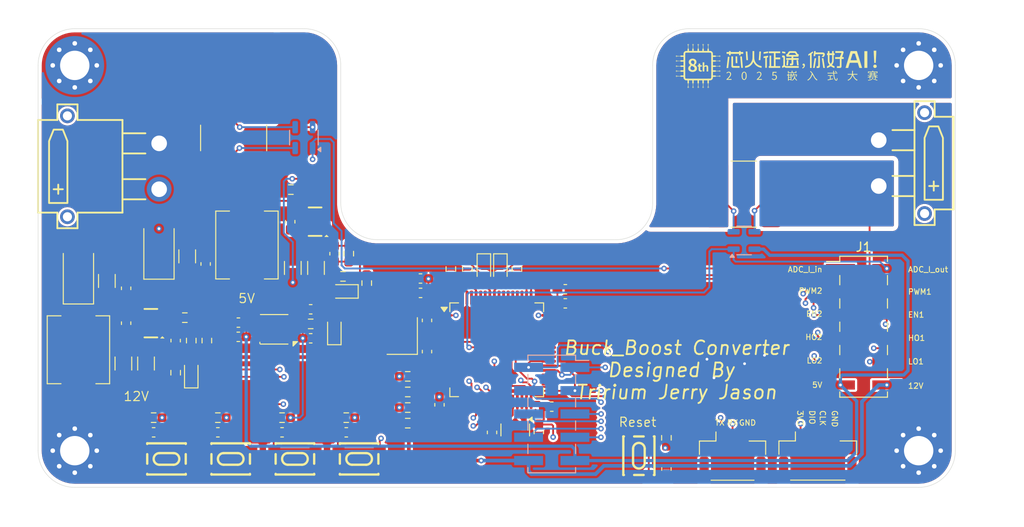
<source format=kicad_pcb>
(kicad_pcb (version 20240108) (generator "pcbnew") (generator_version "8.0")
  (layers (0 "F.Cu" power) (1 "In1.Cu" signal) (2 "In2.Cu" signal) (31 "B.Cu" power) (34 "B.Paste" user) (35 "F.Paste" user) (36 "B.SilkS" user "B.Silkscreen") (37 "F.SilkS" user "F.Silkscreen") (38 "B.Mask" user) (39 "F.Mask" user) (44 "Edge.Cuts" user))
  (net 0 "")
  (net 1 "3V3")
  (net 2 "GND")
  (net 3 "/MCU/VREF")
  (net 4 "/MCU/OSC_OUT")
  (net 5 "/MCU/OSC_IN")
  (net 6 "5V")
  (net 7 "/MainCircuit/V_in-")
  (net 8 "Net-(D7-K)")
  (net 9 "Net-(D6-K)")
  (net 10 "Net-(U7-SW)")
  (net 11 "Net-(U7-BST)")
  (net 12 "Net-(U8-BST)")
  (net 13 "Net-(U8-SW)")
  (net 14 "Net-(U7-FB)")
  (net 15 "12V")
  (net 16 "Net-(U8-FB)")
  (net 17 "Net-(D3-A)")
  (net 18 "Net-(D5-A)")
  (net 19 "/MainCircuit/V_out+")
  (net 20 "Net-(D8-A)")
  (net 21 "Net-(D9-A)")
  (net 22 "Net-(D10-A)")
  (net 23 "/MCU/PWM1")
  (net 24 "/MCU/PWM2")
  (net 25 "/MCU/SWDIO")
  (net 26 "/MCU/SWCLK")
  (net 27 "/MCU/UART1_RX")
  (net 28 "/MCU/UART1_TX")
  (net 29 "Net-(U2-PB8)")
  (net 30 "/MCU/PB5")
  (net 31 "/MCU/PB4")
  (net 33 "V_in")
  (net 34 "Net-(U7-FS)")
  (net 35 "Net-(U8-FS)")
  (net 51 "/MCU/EN2")
  (net 54 "V_out")
  (net 56 "/MCU/LO2")
  (net 57 "/MCU/HO2")
  (net 58 "/MCU/LO1")
  (net 59 "/MCU/EN1")
  (net 60 "/MCU/HO1")
  (net 61 "/MCU/RESET")
  (net 63 "/MCU/Key2")
  (net 64 "/MCU/Key4")
  (net 65 "/MCU/Key1")
  (net 66 "/MCU/Key3")
  (net 71 "/MCU/ADC_Iout")
  (net 75 "/MCU/ADC_Vout")
  (net 76 "/MCU/ADC_Vin")
  (net 77 "/MCU/ADC_Iin")
  (footprint "Capacitor_SMD:C_0603_1608Metric_Pad1.08x0.95mm_HandSolder" (layer "F.Cu") (at 97.877978 137.515)
    (property "Reference" "C22" (hide yes))
    (property "Value" "100n")
  )
  (footprint "BuckBoost:XT30PW-F" (layer "F.Cu") (at 167.695 118.575 -90)
    (property "Reference" "J3" (hide yes))
    (property "Value" "Conn_01x02")
  )
  (footprint "Capacitor_SMD:C_0603_1608Metric_Pad1.08x0.95mm_HandSolder" (layer "F.Cu") (at 118.45 139.125 -90)
    (property "Reference" "C4" (hide yes))
    (property "Value" "10p")
  )
  (footprint "Resistor_SMD:R_0603_1608Metric_Pad0.98x0.95mm_HandSolder" (layer "F.Cu") (at 105.77 136.105)
    (property "Reference" "R18" (hide yes))
    (property "Value" "1K")
  )
  (footprint "Capacitor_SMD:C_0603_1608Metric_Pad1.08x0.95mm_HandSolder" (layer "F.Cu") (at 88.65 147.925 180)
    (property "Reference" "C12" (hide yes))
    (property "Value" "100n")
  )
  (footprint "Resistor_SMD:R_0603_1608Metric_Pad0.98x0.95mm_HandSolder" (layer "F.Cu") (at 109.92 128.4475 -90)
    (property "Reference" "R21" (hide yes))
    (property "Value" "100k")
  )
  (footprint "Resistor_SMD:R_0603_1608Metric_Pad0.98x0.95mm_HandSolder" (layer "F.Cu") (at 128.25 130.125 90)
    (property "Reference" "R7" (hide yes))
    (property "Value" "1K")
  )
  (footprint "Resistor_SMD:R_0603_1608Metric_Pad0.98x0.95mm_HandSolder" (layer "F.Cu") (at 122.85 130.125 90)
    (property "Reference" "R5" (hide yes))
    (property "Value" "1K")
  )
  (footprint "Resistor_SMD:R_0603_1608Metric_Pad0.98x0.95mm_HandSolder" (layer "F.Cu") (at 92.75 137.925 -90)
    (property "Reference" "R19" (hide yes))
    (property "Value" "100k")
  )
  (footprint "Package_TO_SOT_SMD:SOT-23" (layer "F.Cu") (at 128.07 147.665 -90)
    (property "Reference" "U1" (hide yes))
    (property "Value" "REF3030")
  )
  (footprint "Capacitor_SMD:C_0603_1608Metric_Pad1.08x0.95mm_HandSolder" (layer "F.Cu") (at 97.89 135.965)
    (property "Reference" "C21" (hide yes))
    (property "Value" "4.7u")
  )
  (footprint "Resistor_SMD:R_0603_1608Metric_Pad0.98x0.95mm_HandSolder" (layer "F.Cu") (at 116.35 145.225)
    (property "Reference" "R12" (hide yes))
    (property "Value" "6k")
  )
  (footprint "Capacitor_SMD:C_0603_1608Metric_Pad1.08x0.95mm_HandSolder" (layer "F.Cu") (at 103.54 124.9675 90)
    (property "Reference" "C28" (hide yes))
    (property "Value" "103")
  )
  (footprint "Capacitor_SMD:C_0603_1608Metric_Pad1.08x0.95mm_HandSolder" (layer "F.Cu") (at 130.64 147.935 90)
    (property "Reference" "C9" (hide yes))
    (property "Value" "100n")
  )
  (footprint "Resistor_SMD:R_0603_1608Metric_Pad0.98x0.95mm_HandSolder" (layer "F.Cu") (at 94.45 137.925 90)
    (property "Reference" "R20" (hide yes))
    (property "Value" "5.26k")
  )
  (footprint "Capacitor_SMD:C_1206_3216Metric_Pad1.33x1.80mm_HandSolder" (layer "F.Cu") (at 103.82 130.005 -90)
    (property "Reference" "C34" (hide yes))
    (property "Value" "22uf 0603")
  )
  (footprint "Package_QFP:LQFP-64_10x10mm_P0.5mm" (layer "F.Cu") (at 126.05 138.925)
    (property "Reference" "U2" (hide yes))
    (property "Value" "STM32G474RCTx")
  )
  (footprint "Resistor_SMD:R_0603_1608Metric_Pad0.98x0.95mm_HandSolder" (layer "F.Cu") (at 103.61 121.465 180)
    (property "Reference" "R17" (hide yes))
    (property "Value" "100k")
  )
  (footprint "Crystal:Crystal_SMD_3225-4Pin_3.2x2.5mm" (layer "F.Cu") (at 115.75 137.425 90)
    (property "Reference" "Y1" (hide yes))
    (property "Value" "25M")
  )
  (footprint "Resistor_SMD:R_0603_1608Metric_Pad0.98x0.95mm_HandSolder" (layer "F.Cu") (at 116.35 141.825)
    (property "Reference" "R13" (hide yes))
    (property "Value" "6k")
  )
  (footprint "Resistor_SMD:R_0603_1608Metric_Pad0.98x0.95mm_HandSolder" (layer "F.Cu") (at 91.05 141.425 -90)
    (property "Reference" "R23" (hide yes))
    (property "Value" "1K")
  )
  (footprint "Resistor_SMD:R_0603_1608Metric_Pad0.98x0.95mm_HandSolder" (layer "F.Cu") (at 92.05 135.425)
    (property "Reference" "R16" (hide yes))
    (property "Value" "100k")
  )
  (footprint "Resistor_SMD:R_0603_1608Metric_Pad0.98x0.95mm_HandSolder" (layer "F.Cu") (at 121.05 130.125 90)
    (property "Reference" "R4" (hide yes))
    (property "Value" "10k")
  )
  (footprint "Inductor_SMD:L_Abracon_ASPI-0630LR" (layer "F.Cu") (at 80.45 138.925 -90)
    (property "Reference" "L1" (hide yes))
    (property "Value" "10uH")
  )
  (footprint "Connector_PinHeader_2.54mm:PinHeader_2x06_P2.54mm_Vertical_SMD" (layer "F.Cu") (at 166.05 136.415)
    (property "Reference" "J1")
    (property "Value" "Conn_02x06_Odd_Even")
  )
  (footprint "Resistor_SMD:R_0603_1608Metric_Pad0.98x0.95mm_HandSolder" (layer "F.Cu") (at 95.65 146.325 180)
    (property "Reference" "R9" (hide yes))
    (property "Value" "10k")
  )
  (footprint "BuckBoost:SW-SMD_4P-L4.2-W3.3-P2.15-LS5.1" (layer "F.Cu") (at 111.05 150.825 180)
    (property "Reference" "SW4" (hide yes))
    (property "Value" "SW_Push" (hide yes))
  )
  (footprint "Capacitor_SMD:C_0603_1608Metric_Pad1.08x0.95mm_HandSolder" (layer "F.Cu") (at 85.65 132.225 -90)
    (property "Reference" "C23" (hide yes))
    (property "Value" "100n")
  )
  (footprint "Connector_JST:JST_GH_SM03B-GHS-TB_1x03-1MP_P1.25mm_Horizontal" (layer "F.Cu") (at 151.76 150.585)
    (property "Reference" "J6" (hide yes))
    (property "Value" "Conn_01x03")
  )
  (footprint "BuckBoost:SW-SMD_4P-L4.2-W3.3-P2.15-LS5.1" (layer "F.Cu") (at 97.05 150.825 180)
    (property "Reference" "SW3" (hide yes))
    (property "Value" "SW_Push" (hide yes))
  )
  (footprint "LED_SMD:LED_0603_1608Metric_Pad1.05x0.95mm_HandSolder" (layer "F.Cu") (at 126.45 130.125 -90)
    (property "Reference" "D5" (hide yes))
    (property "Value" "green")
  )
  (footprint "Capacitor_SMD:C_0603_1608Metric_Pad1.08x0.95mm_HandSolder" (layer "F.Cu") (at 132.05 145.125 180)
    (property "Reference" "C7" (hide yes))
    (property "Value" "100n")
  )
  (footprint "Resistor_SMD:R_0603_1608Metric_Pad0.98x0.95mm_HandSolder" (layer "F.Cu") (at 102.65 146.325 180)
    (property "Reference" "R11" (hide yes))
    (property "Value" "10k")
  )
  (footprint "Resistor_SMD:R_0603_1608Metric_Pad0.98x0.95mm_HandSolder" (layer "F.Cu") (at 116.35 146.925)
    (property "Reference" "R14" (hide yes))
    (property "Value" "1k")
  )
  (footprint "BuckBoost:XT30PW-M" (layer "F.Cu") (at 89.25 118.925 90)
    (property "Reference" "J2" (hide yes))
    (property "Value" "Conn_01x02")
  )
  (footprint "BuckBoost:Resistance" (layer "F.Cu") (at 153.0175 122.0085)
    (property "Reference" "R2" (hide yes))
    (property "Value" "8m")
  )
  (footprint "LED_SMD:LED_0603_1608Metric_Pad1.05x0.95mm_HandSolder" (layer "F.Cu") (at 108.3475 136.715 90)
    (property "Reference" "D8" (hide yes))
    (property "Value" "LED")
  )
  (footprint "MountingHole:MountingHole_3.2mm_M3_Pad_Via" (layer "F.Cu") (at 172.05 149.925)
    (property "Reference" "H4" (hide yes))
    (property "Value" "MountingHole_Pad")
  )
  (footprint "BuckBoost:SOT-23-8" (layer "F.Cu") (at 106.25 124.96)
    (property "Reference" "U8" (hide yes))
    (property "Value" "SY8303")
  )
  (footprint "Capacitor_SMD:C_0603_1608Metric_Pad1.08x0.95mm_HandSolder" (layer "F.Cu") (at 94.32 129.5725 90)
    (property "Reference" "C24" (hide yes))
    (property "Value" "100n")
  )
  (footprint "MountingHole:MountingHole_3.2mm_M3_Pad_Via" (layer "F.Cu") (at 80.05 107.925)
    (property "Reference" "H1" (hide yes))
    (property "Value" "MountingHole_Pad")
  )
  (footprint "Resistor_SMD:R_0603_1608Metric_Pad0.98x0.95mm_HandSolder" (layer "F.Cu") (at 144.55 148.525 90)
    (property "Reference" "R3" (hide yes))
    (property "Value" "10k")
  )
  (footprint "Resistor_SMD:R_0603_1608Metric_Pad0.98x0.95mm_HandSolder" (layer "F.Cu") (at 116.35 143.525)
    (property "Reference" "R15" (hide yes))
    (property "Value" "1k")
  )
  (footprint "Diode_SMD:D_SMA" (layer "F.Cu") (at 89.23 127.72 90)
    (property "Reference" "D6" (hide yes))
    (property "Value" "B140-E3")
  )
  (footprint "Capacitor_SMD:C_0603_1608Metric_Pad1.08x0.95mm_HandSolder" (layer "F.Cu") (at 85.65 136.025 90)
    (property "Reference" "C27" (hide yes))
    (property "Value" "103")
  )
  (footprint "Capacitor_SMD:C_0603_1608Metric_Pad1.08x0.95mm_HandSolder" (layer "F.Cu") (at 109.65 147.925 180)
    (property "Reference" "C14" (hide yes))
    (property "Value" "100n")
  )
  (footprint "Capacitor_SMD:C_0603_1608Metric_Pad1.08x0.95mm_HandSolder" (layer "F.Cu") (at 119.81 144.925 90)
    (property "Reference" "C10" (hide yes))
    (property "Value" "100n")
  )
  (footprint "Capacitor_SMD:C_0603_1608Metric_Pad1.08x0.95mm_HandSolder" (layer "F.Cu") (at 91.05 137.925 -90)
    (property "Reference" "C29" (hide yes))
    (property "Value" "101")
  )
  (footprint "MountingHole:MountingHole_3.2mm_M3_Pad_Via" (layer "F.Cu") (at 80.05 149.925)
    (property "Reference" "H2" (hide yes))
    (property "Value" "MountingHole_Pad")
  )
  (footprint "Resistor_SMD:R_0603_1608Metric_Pad0.98x0.95mm_HandSolder" (layer "F.Cu") (at 109.65 146.325 180)
    (property "Reference" "R10" (hide yes))
    (property "Value" "10k")
  )
  (footprint "Connector_JST:JST_GH_SM04B-GHS-TB_1x04-1MP_P1.25mm_Horizontal" (layer "F.Cu") (at 161.05 150.575)
    (property "Reference" "J5" (hide yes))
    (property "Value" "Conn_01x04")
  )
  (footprint "BuckBoost:SW-SMD_4P-L4.2-W3.3-P2.15-LS5.1" (layer "F.Cu") (at 104.05 150.825 180)
    (property "Reference" "SW5" (hide yes))
    (property "Value" "SW_Push" (hide yes))
  )
  (footprint "Capacitor_SMD:C_0603_1608Metric_Pad1.08x0.95mm_HandSolder" (layer "F.Cu") (at 133.53 132.325 180)
    (property "Reference" "C1" (hide yes))
    (property "Value" "100n")
  )
  (footprint "Capacitor_SMD:C_0603_1608Metric_Pad1.08x0.95mm_HandSolder" (layer "F.Cu") (at 105.77 137.675 180)
    (property "Reference" "C26" (hide yes))
    (property "Value" "100n")
  )
  (footprint "Capacitor_SMD:C_0603_1608Metric_Pad1.08x0.95mm_HandSolder" (layer "F.Cu") (at 125.54 147.9375 90)
    (property "Reference" "C2" (hide yes))
    (property "Value" "100n")
  )
  (footprint "Capacitor_SMD:C_0603_1608Metric_Pad1.08x0.95mm_HandSolder" (layer "F.Cu") (at 117.74 131.155)
    (property "Reference" "C11" (hide yes))
    (property "Value" "100n")
  )
  (footprint "Inductor_SMD:L_Abracon_ASPI-0630LR" (layer "F.Cu") (at 98.82 127.505 -90)
    (property "Reference" "L2" (hide yes))
    (property "Value" "15uH")
  )
  (footprint "LED_SMD:LED_0603_1608Metric_Pad1.05x0.95mm_HandSolder" (layer "F.Cu") (at 109.29 132.565 180)
    (property "Reference" "D10" (hide yes))
    (property "Value" "LED")
  )
  (footprint "Capacitor_SMD:C_1206_3216Metric_Pad1.33x1.80mm_HandSolder" (layer "F.Cu") (at 83.55 131.425 -90)
    (property "Reference" "C19" (hide yes))
    (property "Value" "106 1206")
  )
  (footprint "Resistor_SMD:R_0603_1608Metric_Pad0.98x0.95mm_HandSolder" (layer "F.Cu") (at 88.65 146.325 180)
    (property "Reference" "R8" (hide yes))
    (property "Value" "10k")
  )
  (footprint "Capacitor_SMD:C_0603_1608Metric_Pad1.08x0.95mm_HandSolder" (layer "F.Cu") (at 118.45 135.725 -90)
    (property "Reference" "C5" (hide yes))
    (property "Value" "10p")
  )
  (footprint "Capacitor_SMD:C_1206_3216Metric_Pad1.33x1.80mm_HandSolder" (layer "F.Cu") (at 87.82 140.425 -90)
    (property "Reference" "C31" (hide yes))
    (property "Value" "22uf 0603")
  )
  (footprint "Capacitor_SMD:C_0603_1608Metric_Pad1.08x0.95mm_HandSolder" (layer "F.Cu") (at 105.77 134.5125 180)
    (property "Reference" "C25" (hide yes))
    (property "Value" "4.7u")
  )
  (footprint "MountingHole:MountingHole_3.2mm_M3_Pad_Via" (layer "F.Cu") (at 172.05 107.925)
    (property "Reference" "H3" (hide yes))
    (property "Value" "MountingHole_Pad")
  )
  (footprint "LED_SMD:LED_0603_1608Metric_Pad1.05x0.95mm_HandSolder" (layer "F.Cu") (at 92.75 141.425 90)
    (property "Reference" "D9" (hide yes))
    (property "Value" "LED")
  )
  (footprint "Resistor_SMD:R_0603_1608Metric_Pad0.98x0.95mm_HandSolder" (layer "F.Cu") (at 111.88 131.655 90)
    (property "Reference" "R22" (hide yes))
    (property "Value" "11.4k")
  )
  (footprint "Capacitor_SMD:C_0603_1608Metric_Pad1.08x0.95mm_HandSolder" (layer "F.Cu") (at 108.37 128.4525 -90)
    (property "Reference" "C30" (hide yes))
    (property "Value" "101")
  )
  (footprint "Capacitor_SMD:C_0603_1608Metric_Pad1.08x0.95mm_HandSolder" (layer "F.Cu") (at 133.5275 133.865 180)
    (property "Reference" "C8" (hide yes))
    (property "Value" "100n")
  )
  (footprint "Capacitor_SMD:C_1206_3216Metric_Pad1.33x1.80mm_HandSolder" (layer "F.Cu") (at 85.35 140.425 -90)
    (property "Reference" "C33" (hide yes))
    (property "Value" "22uf 0603")
  )
  (footprint "Resistor_SMD:R_0603_1608Metric_Pad0.98x0.95mm_HandSolder" (layer "F.Cu") (at 109.2925 130.925)
    (property "Reference" "R24" (hide yes))
    (property "Value" "1K")
  )
  (footprint "BuckBoost:SW-SMD_4P-L4.2-W3.3-P2.15-LS5.1" (layer "F.Cu") (at 141.55 150.475 90)
    (property "Reference" "SW1" (hide yes))
    (property "Value" "SW_Push" (hide yes))
  )
  (footprint "BuckBoost:SW-SMD_4P-L4.2-W3.3-P2.15-LS5.1" (layer "F.Cu") (at 90.05 150.825 180)
    (property "Reference" "SW2" (hide yes))
    (property "Value" "SW_Push" (hide yes))
  )
  (footprint "Capacitor_SMD:C_1206_3216Metric_Pad1.33x1.80mm_HandSolder" (layer "F.Cu") (at 106.35 130.005 -90)
    (property "Reference" "C32" (hide yes))
    (property "Value" "22uf 0603")
  )
  (footprint "BuckBoost:SOT-23-8" (layer "F.Cu") (at 88.35 136.025)
    (property "Reference" "U7" (hide yes))
    (property "Value" "SY8303")
  )
  (footprint "Diode_SMD:D_SMA" (layer "F.Cu") (at 80.45 130.425 90)
    (property "Reference" "D7" (hide yes))
    (property "Value" "B140-E3")
  )
  (footprint "Capacitor_SMD:C_0603_1608Metric_Pad1.08x0.95mm_HandSolder" (layer "F.Cu") (at 144.55 151.925 -90)
    (property "Reference" "C3" (hide yes))
    (property "Value" "100n")
  )
  (footprint "Package_DFN_QFN:DFN-8-1EP_3x3mm_P0.65mm_EP1.55x2.4mm" (layer "F.Cu") (at 101.79 136.695 180)
    (property "Reference" "U6" (hide yes))
    (property "Value" "AP7361C")
  )
  (footprint "Capacitor_SMD:C_0603_1608Metric_Pad1.08x0.95mm_HandSolder" (layer "F.Cu") (at 117.7475 132.725)
    (property "Reference" "C6" (hide yes))
    (property "Value" "100n")
  )
  (footprint "LED_SMD:LED_0603_1608Metric_Pad1.05x0.95mm_HandSolder" (layer "F.Cu") (at 124.65 130.125 -90)
    (property "Reference" "D3" (hide yes))
    (property "Value" "blue")
  )
  (footprint "Capacitor_SMD:C_1206_3216Metric_Pad1.33x1.80mm_HandSolder" (layer "F.Cu") (at 92.31 128.7425 -90)
    (property "Reference" "C20" (hide yes))
    (property "Value" "106 1206")
  )
  (footprint "BuckBoost:Resistance" (layer "F.Cu") (at 97.415 115.812 90)
    (property "Reference" "R1" (hide yes))
    (property "Value" "8m")
  )
  (footprint "LOGO" (layer "F.Cu") (at 156.593812 108.530743)
    (property "Reference" "G***" (hide yes))
    (property "Value" "LOGO" (hide yes))
  )
  (footprint "Capacitor_SMD:C_0603_1608Metric_Pad1.08x0.95mm_HandSolder" (layer "F.Cu") (at 95.65 147.925 180)
    (property "Reference" "C13" (hide yes))
    (property "Value" "100n")
  )
  (footprint "Capacitor_SMD:C_0603_1608Metric_Pad1.08x0.95mm_HandSolder" (layer "F.Cu") (at 102.65 147.925 180)
    (property "Reference" "C15" (hide yes))
    (property "Value" "100n")
  )
  (footprint "Package_TO_SOT_SMD:SOT-23-5" (layer "B.Cu") (at 153.0175 127.0085)
    (property "Reference" "U3" (hide yes))
    (property "Value" "INA180A3")
  )
  (footprint "Package_TO_SOT_SMD:SOT-23-5" (layer "B.Cu") (at 105.03 115.795 90)
    (property "Reference" "U9" (hide yes))
    (property "Value" "INA180A3")
  )
  (footprint "Connector_PinHeader_2.54mm:PinHeader_2x05_P2.54mm_Vertical_SMD" (layer "B.Cu") (at 132.05 145.925 180)
    (property "Reference" "J8" (hide yes))
    (property "Value" "Conn_02x05_Odd_Even")
  )
  (gr_arc (start 105.05 103.925) (mid 107.878427 105.096573) (end 109.05 107.925) (stroke (width 0.05)) (layer "Edge.Cuts"))
  (gr_arc (start 143.05 107.925) (mid 144.221573 105.096573) (end 147.05 103.925) (stroke (width 0.05)) (layer "Edge.Cuts"))
  (gr_line (start 176.05 149.925) (end 176.05 107.925) (stroke (width 0.05)) (layer "Edge.Cuts"))
  (gr_line (start 109.05 107.925) (end 109.05 122.925) (stroke (width 0.05)) (layer "Edge.Cuts"))
  (gr_arc (start 172.05 103.925) (mid 174.878427 105.096573) (end 176.05 107.925) (stroke (width 0.05)) (layer "Edge.Cuts"))
  (gr_line (start 143.05 107.925) (end 143.05 122.925) (stroke (width 0.05)) (layer "Edge.Cuts"))
  (gr_arc (start 143.05 122.925) (mid 141.878427 125.753427) (end 139.05 126.925) (stroke (width 0.05)) (layer "Edge.Cuts"))
  (gr_arc (start 80.05 153.925) (mid 77.221573 152.753427) (end 76.05 149.925) (stroke (width 0.05)) (layer "Edge.Cuts"))
  (gr_line (start 76.05 149.925) (end 76.05 107.925) (stroke (width 0.05)) (layer "Edge.Cuts"))
  (gr_line (start 113.05 126.925) (end 139.05 126.925) (stroke (width 0.05)) (layer "Edge.Cuts"))
  (gr_line (start 172.05 153.925) (end 80.05 153.925) (stroke (width 0.05)) (layer "Edge.Cuts"))
  (gr_line (start 105.05 103.925) (end 80.05 103.925) (stroke (width 0.05)) (layer "Edge.Cuts"))
  (gr_line (start 172.05 103.925) (end 147.05 103.925) (stroke (width 0.05)) (layer "Edge.Cuts"))
  (gr_arc (start 113.05 126.925) (mid 110.221573 125.753427) (end 109.05 122.925) (stroke (width 0.05)) (layer "Edge.Cuts"))
  (gr_arc (start 176.05 149.925) (mid 174.878427 152.753427) (end 172.05 153.925) (stroke (width 0.05)) (layer "Edge.Cuts"))
  (gr_arc (start 76.05 107.925) (mid 77.221573 105.096573) (end 80.05 103.925) (stroke (width 0.05)) (layer "Edge.Cuts"))
  (gr_text "RX" (at 151.11 147.235 0) (layer "F.SilkS") (effects (font (size 0.6 0.6) (thickness 0.1)) (justify left bottom)))
  (gr_text "GND\n" (at 162.54 145.465 270) (layer "F.SilkS") (effects (font (size 0.6 0.6) (thickness 0.1)) (justify left bottom)))
  (gr_text "PWM1\n\n\n" (at 170.84 134.885 0) (layer "F.SilkS") (effects (font (size 0.6 0.6) (thickness 0.1)) (justify left bottom)))
  (gr_text "DIO\n" (at 160.08 145.465 -90) (layer "F.SilkS") (effects (font (size 0.6 0.6) (thickness 0.1)) (justify left bottom)))
  (gr_text "GND\n" (at 152.41 147.235 0) (layer "F.SilkS") (effects (font (size 0.6 0.6) (thickness 0.1)) (justify left bottom)))
  (gr_text "3V3\n" (at 158.78 145.465 -90) (layer "F.SilkS") (effects (font (size 0.6 0.6) (thickness 0.1)) (justify left bottom)))
  (gr_text "HO2\n\n" (at 159.644286 138.865 0) (layer "F.SilkS") (effects (font (size 0.6 0.6) (thickness 0.1)) (justify left bottom)))
  (gr_text "ADC_I_in\n" (at 157.73 130.525 0) (layer "F.SilkS") (effects (font (size 0.6 0.6) (thickness 0.1)) (justify left bottom)))
  (gr_text "HO1\n\n" (at 170.84 138.965 0) (layer "F.SilkS") (effects (font (size 0.6 0.6) (thickness 0.1)) (justify left bottom)))
  (gr_text "Reset" (at 139.28 147.405 0) (layer "F.SilkS") (effects (font (size 1 1) (thickness 0.12)) (justify left bottom)))
  (gr_text "5V" (at 97.81 133.915 0) (layer "F.SilkS") (effects (font (size 1 1) (thickness 0.12)) (justify left bottom)))
  (gr_text "LO1\n\n" (at 170.84 141.525 0) (layer "F.SilkS") (effects (font (size 0.6 0.6) (thickness 0.1)) (justify left bottom)))
  (gr_text "CLK\n" (at 161.23 145.465 270) (layer "F.SilkS") (effects (font (size 0.6 0.6) (thickness 0.1)) (justify left bottom)))
  (gr_text "5V\n" (at 160.387142 143.115 0) (layer "F.SilkS") (effects (font (size 0.6 0.6) (thickness 0.1)) (justify left bottom)))
  (gr_text "Buck_Boost Converter\nDesigned By \nTririum Jerry Jason" (at 145.65 144.425 0) (layer "F.SilkS") (effects (font (size 1.5 1.5) (thickness 0.2) (bold yes) (italic yes)) (justify bottom)))
  (gr_text "EN2\n\n" (at 159.73 136.325 0) (layer "F.SilkS") (effects (font (size 0.6 0.6) (thickness 0.1)) (justify left bottom)))
  (gr_text "ADC_I_out\n" (at 170.84 130.525 0) (layer "F.SilkS") (effects (font (size 0.6 0.6) (thickness 0.1)) (justify left bottom)))
  (gr_text "TX" (at 149.79 147.235 0) (layer "F.SilkS") (effects (font (size 0.6 0.6) (thickness 0.1)) (justify left bottom)))
  (gr_text "PWM2\n\n\n" (at 158.93 134.785 0) (layer "F.SilkS") (effects (font (size 0.6 0.6) (thickness 0.1)) (justify left bottom)))
  (gr_text "LO2\n\n" (at 159.787143 141.425 0) (layer "F.SilkS") (effects (font (size 0.6 0.6) (thickness 0.1)) (justify left bottom)))
  (gr_text "12V\n" (at 170.84 143.215 0) (layer "F.SilkS") (effects (font (size 0.6 0.6) (thickness 0.1)) (justify left bottom)))
  (gr_text "12V" (at 85.3 144.595 0) (layer "F.SilkS") (effects (font (size 1 1) (thickness 0.12)) (justify left bottom)))
  (gr_text "EN1\n\n" (at 170.84 136.425 0) (layer "F.SilkS") (effects (font (size 0.6 0.6) (thickness 0.1)) (justify left bottom)))
  (segment (start 118.61 131.185) (end 118.6025 131.1925) (width 0.2) (layer "F.Cu") (net 1))
  (segment (start 132.6675 132.325) (end 132.6675 133.8625) (width 0.2) (layer "F.Cu") (net 1))
  (segment (start 120.375 142.675) (end 120.375 143.47) (width 0.2) (layer "F.Cu") (net 1))
  (segment (start 132.6675 133.8625) (end 132.665 133.865) (width 0.2) (layer "F.Cu") (net 1))
  (segment (start 119.79 144.055) (end 119.79 144.0825) (width 0.2) (layer "F.Cu") (net 1))
  (segment (start 103.34 137.67) (end 104.9025 137.67) (width 0.2) (layer "F.Cu") (net 1))
  (segment (start 128.3 144.6) (end 128.3 146.0075) (width 0.2) (layer "F.Cu") (net 1))
  (segment (start 131.725 135.175) (end 130.6 135.175) (width 0.2) (layer "F.Cu") (net 1))
  (segment (start 119.79 144.0825) (end 119.81 144.0625) (width 0.2) (layer "F.Cu") (net 1))
  (segment (start 128.3 146.0075) (end 129.02 146.7275) (width 0.2) (layer "F.Cu") (net 1))
  (segment (start 132.665 134.87) (end 132.36 135.175) (width 0.2) (layer "F.Cu") (net 1))
  (segment (start 132.665 133.865) (end 132.665 134.87) (width 0.2) (layer "F.Cu") (net 1))
  (segment (start 159.18 146.995) (end 159.175 147) (width 0.2) (layer "F.Cu") (net 1))
  (segment (start 132.0475 147.0725) (end 132.2 147.225) (width 0.2) (layer "F.Cu") (net 1))
  (segment (start 131.1875 146.525) (end 130.64 147.0725) (width 0.2) (layer "F.Cu") (net 1))
  (segment (start 130.64 147.0725) (end 132.0475 147.0725) (width 0.2) (layer "F.Cu") (net 1))
  (segment (start 132.36 135.175) (end 131.725 135.175) (width 0.2) (layer "F.Cu") (net 1))
  (segment (start 104.9075 134.5125) (end 104.9075 137.675) (width 0.2) (layer "F.Cu") (net 1))
  (segment (start 130.6375 147.075) (end 130.64 147.0725) (width 0.2) (layer "F.Cu") (net 1))
  (segment (start 129.3675 147.075) (end 130.6375 147.075) (width 0.2) (layer "F.Cu") (net 1))
  (segment (start 118.6025 131.1925) (end 118.6025 132.7175) (width 0.2) (layer "F.Cu") (net 1))
  (segment (start 130.6625 144.6) (end 131.1875 145.125) (width 0.2) (layer "F.Cu") (net 1))
  (segment (start 118.6025 132.7175) (end 118.61 132.725) (width 0.2) (layer "F.Cu") (net 1))
  (segment (start 120.375 143.47) (end 119.79 144.055) (width 0.2) (layer "F.Cu") (net 1))
  (segment (start 118.6025 131.155) (end 118.6025 131.1775) (width 0.2) (layer "F.Cu") (net 1))
  (segment (start 121.775 132.725) (end 118.61 132.725) (width 0.2) (layer "F.Cu") (net 1))
  (segment (start 129.8 144.6) (end 130.6625 144.6) (width 0.2) (layer "F.Cu") (net 1))
  (segment (start 131.1875 145.125) (end 131.1875 146.525) (width 0.2) (layer "F.Cu") (net 1))
  (segment (start 104.9025 137.67) (end 104.9075 137.675) (width 0.2) (layer "F.Cu") (net 1))
  (segment (start 121.6 135.175) (end 120.375 135.175) (width 0.2) (layer "F.Cu") (net 1))
  (segment (start 132.2 147.225) (end 132.2 148.445) (width 0.2) (layer "F.Cu") (net 1))
  (segment (start 122.3 133.25) (end 121.775 132.725) (width 0.2) (layer "F.Cu") (net 1))
  (segment (start 118.6025 131.1775) (end 118.61 131.185) (width 0.2) (layer "F.Cu") (net 1))
  (segment (start 129.02 146.7275) (end 129.3675 147.075) (width 0.2) (layer "F.Cu") (net 1))
  (segment (start 159.175 147) (end 159.175 148.725) (width 0.2) (layer "F.Cu") (net 1))
  (via (at 119.79 144.055) (size 0.6) (drill 0.3) (layers "F.Cu" "B.Cu") (net 1))
  (via (at 110.57 146.325) (size 0.6) (drill 0.3) (layers "F.Cu" "B.Cu") (net 1))
  (via (at 144.43 149.625) (size 0.6) (drill 0.3) (layers "F.Cu" "B.Cu") (net 1))
  (via (at 104.9075 137.675) (size 0.6) (drill 0.3) (layers "F.Cu" "B.Cu") (net 1))
  (via (at 130.6 135.175) (size 0.6) (drill 0.3) (layers "F.Cu" "B.Cu") (net 1))
  (via (at 132.2 148.445) (size 0.6) (drill 0.3) (layers "F.Cu" "B.Cu") (net 1))
  (via (at 118.61 131.185) (size 0.6) (drill 0.3) (layers "F.Cu" "B.Cu") (net 1))
  (via (at 121.6 135.175) (size 0.6) (drill 0.3) (layers "F.Cu" "B.Cu") (net 1))
  (via (at 103.57 146.325) (size 0.6) (drill 0.3) (layers "F.Cu" "B.Cu") (net 1))
  (via (at 159.18 146.995) (size 0.6) (drill 0.3) (layers "F.Cu" "B.Cu") (net 1))
  (via (at 96.59 146.325) (size 0.6) (drill 0.3) (layers "F.Cu" "B.Cu") (net 1))
  (via (at 89.57 146.325) (size 0.6) (drill 0.3) (layers "F.Cu" "B.Cu") (net 1))
  (segment (start 104.59 146.325) (end 104.9075 146.0075) (width 0.2) (layer "B.Cu") (net 1))
  (segment (start 104.9075 146.0075) (end 104.9075 137.675) (width 0.2) (layer "B.Cu") (net 1))
  (segment (start 103.57 146.325) (end 104.59 146.325) (width 0.2) (layer "B.Cu") (net 1))
  (segment (start 127.03241 145.675) (end 125.3 145.675) (width 0.2) (layer "F.Cu") (net 2))
  (segment (start 127.3 143.765) (end 127.3 144.6) (width 0.2) (layer "F.Cu") (net 2))
  (segment (start 127.54 143.525) (end 127.3 143.765) (width 0.2) (layer "F.Cu") (net 2))
  (segment (start 129.3 143.775) (end 129.05 143.525) (width 0.2) (layer "F.Cu") (net 2))
  (segment (start 125.3 145.675) (end 124.75 146.225) (width 0.2) (layer "F.Cu") (net 2))
  (segment (start 124.75 148.415) (end 125.135 148.8) (width 0.2) (layer "F.Cu") (net 2))
  (segment (start 129.3 144.6) (end 129.3 143.775) (width 0.2) (layer "F.Cu") (net 2))
  (segment (start 125.135 148.8) (end 125.54 148.8) (width 0.2) (layer "F.Cu") (net 2))
  (segment (start 129.05 143.525) (end 127.54 143.525) (width 0.2) (layer "F.Cu") (net 2))
  (segment (start 124.75 146.225) (end 124.75 148.415) (width 0.2) (layer "F.Cu") (net 2))
  (segment (start 127.3 145.40741) (end 127.03241 145.675) (width 0.2) (layer "F.Cu") (net 2))
  (segment (start 127.3 144.6) (end 127.3 145.40741) (width 0.2) (layer "F.Cu") (net 2))
  (via (at 148.97 139.955) (size 0.6) (drill 0.3) (layers "F.Cu" "B.Cu") (net 2))
  (via (at 155.24 139.525) (size 0.6) (drill 0.3) (layers "F.Cu" "B.Cu") (net 2))
  (via (at 153.07 140.445) (size 0.6) (drill 0.3) (layers "F.Cu" "B.Cu") (net 2))
  (via (at 149.74 141.985) (size 0.6) (drill 0.3) (layers "F.Cu" "B.Cu") (net 2))
  (segment (start 127.8 146.0475) (end 127.12 146.7275) (width 0.2) (layer "F.Cu") (net 3))
  (segment (start 127.12 146.7275) (end 125.8875 146.7275) (width 0.2) (layer "F.Cu") (net 3))
  (segment (start 127.8 144.6) (end 127.8 146.0475) (width 0.2) (layer "F.Cu") (net 3))
  (segment (start 125.8875 146.7275) (end 125.54 147.075) (width 0.2) (layer "F.Cu") (net 3))
  (segment (start 119.0375 137.675) (end 118.45 138.2625) (width 0.2) (layer "F.Cu") (net 4))
  (segment (start 120.375 137.675) (end 119.0375 137.675) (width 0.2) (layer "F.Cu") (net 4))
  (segment (start 118.45 138.2625) (end 116.8625 138.2625) (width 0.2) (layer "F.Cu") (net 4))
  (segment (start 116.8625 138.2625) (end 116.6 138.525) (width 0.2) (layer "F.Cu") (net 4))
  (segment (start 119.0375 137.175) (end 118.45 136.5875) (width 0.2) (layer "F.Cu") (net 5))
  (segment (start 117.7125 137.325) (end 115.7 137.325) (width 0.2) (layer "F.Cu") (net 5))
  (segment (start 115.7 137.325) (end 114.9 136.525) (width 0.2) (layer "F.Cu") (net 5))
  (segment (start 114.9 136.525) (end 114.9 136.325) (width 0.2) (layer "F.Cu") (net 5))
  (segment (start 118.45 136.5875) (end 117.7125 137.325) (width 0.2) (layer "F.Cu") (net 5))
  (segment (start 120.375 137.175) (end 119.0375 137.175) (width 0.2) (layer "F.Cu") (net 5))
  (segment (start 98.7525 135.965) (end 98.7525 137.502978) (width 0.2) (layer "F.Cu") (net 6))
  (segment (start 105.05 120.145) (end 105.05 114.915) (width 0.2) (layer "F.Cu") (net 6))
  (segment (start 100.24 135.72) (end 98.9975 135.72) (width 0.2) (layer "F.Cu") (net 6))
  (segment (start 103.82 131.5675) (end 103.82 131.585) (width 0.2) (layer "F.Cu") (net 6))
  (segment (start 107.7375 131.5675) (end 108.38 130.925) (width 0.2) (layer "F.Cu") (net 6))
  (segment (start 108.38 129.325) (end 108.37 129.315) (width 0.2) (layer "F.Cu") (net 6))
  (segment (start 98.82 130.53) (end 98.7525 130.5975) (width 0.2) (layer "F.Cu") (net 6))
  (segment (start 108.38 130.925) (end 108.38 129.325) (width 0.2) (layer "F.Cu") (net 6))
  (segment (start 98.7525 130.5975) (end 98.7525 135.965) (width 0.2) (layer "F.Cu") (net 6))
  (segment (start 105.05 114.915) (end 105.3075 114.6575) (width 0.2) (layer "F.Cu") (net 6))
  (segment (start 104.91 120.285) (end 105.05 120.145) (width 0.2) (layer "F.Cu") (net 6))
  (segment (start 100.24 137.67) (end 98.895478 137.67) (width 0.2) (layer "F.Cu") (net 6))
  (segment (start 98.895478 137.67) (end 98.740478 137.515) (width 0.2) (layer "F.Cu") (net 6))
  (segment (start 105.3075 114.6575) (end 105.98 114.6575) (width 0.2) (layer "F.Cu") (net 6))
  (segment (start 98.9975 135.72) (end 98.7525 135.965) (width 0.2) (layer "F.Cu") (net 6))
  (segment (start 106.35 131.5675) (end 107.7375 131.5675) (width 0.2) (layer "F.Cu") (net 6))
  (segment (start 103.76 120.285) (end 104.91 120.285) (width 0.2) (layer "F.Cu") (net 6))
  (segment (start 98.7525 137.502978) (end 98.740478 137.515) (width 0.2) (layer "F.Cu") (net 6))
  (segment (start 109.875 129.315) (end 109.92 129.36) (width 0.2) (layer "F.Cu") (net 6))
  (segment (start 108.37 129.315) (end 109.875 129.315) (width 0.2) (layer "F.Cu") (net 6))
  (via (at 103.82 131.585) (size 0.6) (drill 0.3) (layers "F.Cu" "B.Cu") (net 6))
  (via (at 98.740478 137.515) (size 0.6) (drill 0.3) (layers "F.Cu" "B.Cu") (net 6))
  (via (at 163.525 142.765) (size 0.6) (drill 0.3) (layers "F.Cu" "B.Cu") (net 6))
  (via (at 103.76 120.285) (size 0.6) (drill 0.3) (layers "F.Cu" "B.Cu") (net 6))
  (via (at 105.98 114.6575) (size 0.6) (drill 0.3) (layers "F.Cu" "B.Cu") (net 6))
  (segment (start 98.740478 148.915478) (end 98.740478 137.515) (width 0.35) (layer "B.Cu") (net 6))
  (segment (start 155.81 128.625) (end 170.25 128.625) (width 0.35) (layer "B.Cu") (net 6))
  (segment (start 103.11 120.285) (end 103.76 120.285) (width 0.2) (layer "B.Cu") (net 6))
  (segment (start 103.82 131.585) (end 103.82 127.185) (width 0.2) (layer "B.Cu") (net 6))
  (segment (start 102.84 120.555) (end 103.11 120.285) (width 0.2) (layer "B.Cu") (net 6))
  (segment (start 163.525 141.87) (end 163.525 142.765) (width 0.35) (layer "B.Cu") (net 6))
  (segment (start 165.29 144.53) (end 163.525 142.765) (width 0.35) (layer "B.Cu") (net 6))
  (segment (start 134.22 149.435) (end 99.26 149.435) (width 0.35) (layer "B.Cu") (net 6))
  (segment (start 103.82 127.185) (end 102.84 126.205) (width 0.2) (layer "B.Cu") (net 6))
  (segment (start 165.29 150.035) (end 165.29 144.53) (width 0.35) (layer "B.Cu") (net 6))
  (segment (start 99.26 149.435) (end 98.740478 148.915478) (width 0.35) (layer "B.Cu") (net 6))
  (segment (start 102.84 126.205) (end 102.84 120.555) (width 0.2) (layer "B.Cu") (net 6))
  (segment (start 154.155 127.9585) (end 155.1435 127.9585) (width 0.35) (layer "B.Cu") (net 6))
  (segment (start 134.575 149.79) (end 134.22 149.435) (width 0.35) (layer "B.Cu") (net 6))
  (segment (start 170.42 141.675) (end 163.72 141.675) (width 0.35) (layer "B.Cu") (net 6))
  (segment (start 134.575 151.005) (end 164.32 151.005) (width 0.35) (layer "B.Cu") (net 6))
  (segment (start 170.89 141.205) (end 170.42 141.675) (width 0.35) (layer "B.Cu") (net 6))
  (segment (start 164.32 151.005) (end 165.29 150.035) (width 0.35) (layer "B.Cu") (net 6))
  (segment (start 134.575 151.005) (end 134.575 149.79) (width 0.35) (layer "B.Cu") (net 6))
  (segment (start 163.72 141.675) (end 163.525 141.87) (width 0.35) (layer "B.Cu") (net 6))
  (segment (start 170.89 129.265) (end 170.89 141.205) (width 0.35) (layer "B.Cu") (net 6))
  (segment (start 170.25 128.625) (end 170.89 129.265) (width 0.35) (layer "B.Cu") (net 6))
  (segment (start 155.1435 127.9585) (end 155.81 128.625) (width 0.35) (layer "B.Cu") (net 6))
  (segment (start 97.37 112.8725) (end 97.37 113.995) (width 0.2) (layer "F.Cu") (net 7))
  (segment (start 97.37 113.995) (end 98.0325 114.6575) (width 0.2) (layer "F.Cu") (net 7))
  (via (at 98.0325 114.6575) (size 0.6) (drill 0.3) (layers "F.Cu" "B.Cu") (net 7))
  (segment (start 104.08 114.6575) (end 98.0325 114.6575) (width 0.2) (layer "B.Cu") (net 7))
  (segment (start 87.1 133.435) (end 86.7525 133.0875) (width 0.2) (layer "F.Cu") (net 8))
  (segment (start 87.75 135.350001) (end 87.75 136.663104) (width 0.2) (layer "F.Cu") (net 8))
  (segment (start 87.1 135.05) (end 87.1 133.435) (width 0.2) (layer "F.Cu") (net 8))
  (segment (start 87.75 136.663104) (end 87.413104 137) (width 0.2) (layer "F.Cu") (net 8))
  (segment (start 87.1 135.05) (end 87.449999 135.05) (width 0.2) (layer "F.Cu") (net 8))
  (segment (start 87.413104 137) (end 87.1 137) (width 0.2) (layer "F.Cu") (net 8))
  (segment (start 86.7525 133.0875) (end 85.65 133.0875) (width 0.2) (layer "F.Cu") (net 8))
  (segment (start 87.449999 135.05) (end 87.75 135.350001) (width 0.2) (layer "F.Cu") (net 8))
  (segment (start 105 125.935) (end 105.349999 125.935) (width 0.2) (layer "F.Cu") (net 9))
  (segment (start 94.32 123.355) (end 94.32 128.71) (width 0.2) (layer "F.Cu") (net 9))
  (segment (start 105.65 125.634999) (end 105.65 124.321896) (width 0.2) (layer "F.Cu") (net 9))
  (segment (start 105.349999 125.935) (end 105.65 125.634999) (width 0.2) (layer "F.Cu") (net 9))
  (segment (start 105 123.985) (end 105 123.125) (width 0.2) (layer "F.Cu") (net 9))
  (segment (start 92.565 128.71) (end 94.32 128.71) (width 0.2) (layer "F.Cu") (net 9))
  (segment (start 105.65 124.321896) (end 105.313104 123.985) (width 0.2) (layer "F.Cu") (net 9))
  (segment (start 92.31 128.965) (end 92.565 128.71) (width 0.2) (layer "F.Cu") (net 9))
  (segment (start 92.31 130.305) (end 92.31 128.965) (width 0.2) (layer "F.Cu") (net 9))
  (segment (start 105.313104 123.985) (end 105 123.985) (width 0.2) (layer "F.Cu") (net 9))
  (segment (start 104.57 122.695) (end 94.98 122.695) (width 0.2) (layer "F.Cu") (net 9))
  (segment (start 94.98 122.695) (end 94.32 123.355) (width 0.2) (layer "F.Cu") (net 9))
  (segment (start 105 123.125) (end 104.57 122.695) (width 0.2) (layer "F.Cu") (net 9))
  (segment (start 86.1875 135.7) (end 85.65 135.1625) (width 0.2) (layer "F.Cu") (net 10))
  (segment (start 87.1 135.7) (end 86.1875 135.7) (width 0.2) (layer "F.Cu") (net 10))
  (segment (start 87.1 136.35) (end 86.1875 136.35) (width 0.2) (layer "F.Cu") (net 11))
  (segment (start 86.1875 136.35) (end 85.65 136.8875) (width 0.2) (layer "F.Cu") (net 11))
  (segment (start 105 125.285) (end 104.085 125.285) (width 0.2) (layer "F.Cu") (net 12))
  (segment (start 104.085 125.285) (end 103.54 125.83) (width 0.2) (layer "F.Cu") (net 12))
  (segment (start 104.07 124.635) (end 103.54 124.105) (width 0.2) (layer "F.Cu") (net 13))
  (segment (start 105 124.635) (end 104.07 124.635) (width 0.2) (layer "F.Cu") (net 13))
  (segment (start 94.4375 137) (end 94.45 137.0125) (width 0.2) (layer "F.Cu") (net 14))
  (segment (start 89.6 137) (end 94.4375 137) (width 0.2) (layer "F.Cu") (net 14))
  (segment (start 112.98 140.195) (end 112.51 139.725) (width 0.4) (layer "F.Cu") (net 15))
  (segment (start 116.47 150.445) (end 116.47 148.575) (width 0.4) (layer "F.Cu") (net 15))
  (segment (start 112.98 146.215) (end 112.98 140.195) (width 0.4) (layer "F.Cu") (net 15))
  (segment (start 124.36 151.005) (end 117.03 151.005) (width 0.4) (layer "F.Cu") (net 15))
  (segment (start 87.82 140.695) (end 88.0025 140.5125) (width 0.2) (layer "F.Cu") (net 15))
  (segment (start 91.05 138.7875) (end 91.05 140.5125) (width 0.2) (layer "F.Cu") (net 15))
  (segment (start 93.6375 139.725) (end 92.75 138.8375) (width 0.4) (layer "F.Cu") (net 15))
  (segment (start 117.03 151.005) (end 116.47 150.445) (width 0.4) (layer "F.Cu") (net 15))
  (segment (start 114.84 148.075) (end 112.98 146.215) (width 0.4) (layer "F.Cu") (net 15))
  (segment (start 92.7 138.7875) (end 92.75 138.8375) (width 0.2) (layer "F.Cu") (net 15))
  (segment (start 112.51 139.725) (end 93.6375 139.725) (width 0.4) (layer "F.Cu") (net 15))
  (segment (start 87.82 141.9875) (end 87.82 140.695) (width 0.2) (layer "F.Cu") (net 15))
  (segment (start 115.97 148.075) (end 114.84 148.075) (width 0.4) (layer "F.Cu") (net 15))
  (segment (start 116.47 148.575) (end 115.97 148.075) (width 0.4) (layer "F.Cu") (net 15))
  (segment (start 91.05 138.7875) (end 92.7 138.7875) (width 0.2) (layer "F.Cu") (net 15))
  (segment (start 88.0025 140.5125) (end 91.05 140.5125) (width 0.2) (layer "F.Cu") (net 15))
  (via (at 168.575 142.765) (size 0.6) (drill 0.3) (layers "F.Cu" "B.Cu") (net 15))
  (via (at 124.36 151.005) (size 0.6) (drill 0.3) (layers "F.Cu" "B.Cu") (net 15))
  (segment (start 129.83 152.475) (end 136.83 152.475) (width 0.4) (layer "B.Cu") (net 15))
  (segment (start 165.865 150.273173) (end 165.865 144.59) (width 0.4) (layer "B.Cu") (net 15))
  (segment (start 164.558173 151.58) (end 165.865 150.273173) (width 0.4) (layer "B.Cu") (net 15))
  (segment (start 129.525 151.005) (end 129.525 152.17) (width 0.4) (layer "B.Cu") (net 15))
  (segment (start 129.525 151.005) (end 124.36 151.005) (width 0.4) (layer "B.Cu") (net 15))
  (segment (start 137.725 151.58) (end 164.558173 151.58) (width 0.4) (layer "B.Cu") (net 15))
  (segment (start 165.865 144.59) (end 167.69 142.765) (width 0.4) (layer "B.Cu") (net 15))
  (segment (start 167.69 142.765) (end 168.575 142.765) (width 0.4) (layer "B.Cu") (net 15))
  (segment (start 129.525 152.17) (end 129.83 152.475) (width 0.4) (layer "B.Cu") (net 15))
  (segment (start 136.83 152.475) (end 137.725 151.58) (width 0.4) (layer "B.Cu") (net 15))
  (segment (start 111.14 130.545) (end 111.3375 130.7425) (width 0.2) (layer "F.Cu") (net 16))
  (segment (start 109.865 127.59) (end 109.92 127.535) (width 0.2) (layer "F.Cu") (net 16))
  (segment (start 109.92 127.535) (end 110.9 127.535) (width 0.2) (layer "F.Cu") (net 16))
  (segment (start 108.37 126.255) (end 108.37 127.59) (width 0.2) (layer "F.Cu") (net 16))
  (segment (start 108.05 125.935) (end 108.37 126.255) (width 0.2) (layer "F.Cu") (net 16))
  (segment (start 110.9 127.535) (end 111.14 127.775) (width 0.2) (layer "F.Cu") (net 16))
  (segment (start 111.3375 130.7425) (end 111.88 130.7425) (width 0.2) (layer "F.Cu") (net 16))
  (segment (start 108.37 127.59) (end 109.865 127.59) (width 0.2) (layer "F.Cu") (net 16))
  (segment (start 107.5 125.935) (end 108.05 125.935) (width 0.2) (layer "F.Cu") (net 16))
  (segment (start 111.14 127.775) (end 111.14 130.545) (width 0.2) (layer "F.Cu") (net 16))
  (segment (start 124.6375 131) (end 122.85 129.2125) (width 0.2) (layer "F.Cu") (net 17))
  (segment (start 124.65 131) (end 124.6375 131) (width 0.2) (layer "F.Cu") (net 17))
  (segment (start 126.45 131) (end 126.4625 131) (width 0.2) (layer "F.Cu") (net 18))
  (segment (start 126.4625 131) (end 128.25 129.2125) (width 0.2) (layer "F.Cu") (net 18))
  (segment (start 151.88 123.8115) (end 150.032 121.9635) (width 0.2) (layer "F.Cu") (net 19))
  (via (at 151.88 123.8115) (size 0.6) (drill 0.3) (layers "F.Cu" "B.Cu") (net 19))
  (segment (start 151.88 126.0585) (end 151.88 123.8115) (width 0.2) (layer "B.Cu") (net 19))
  (segment (start 106.9475 135.84) (end 106.6825 136.105) (width 0.2) (layer "F.Cu") (net 20))
  (segment (start 108.3475 135.84) (end 106.9475 135.84) (width 0.2) (layer "F.Cu") (net 20))
  (segment (start 92.75 140.635) (end 92.75 140.55) (width 0.2) (layer "F.Cu") (net 21))
  (segment (start 91.05 142.335) (end 92.75 140.635) (width 0.2) (layer "F.Cu") (net 21))
  (segment (start 91.05 142.3375) (end 91.05 142.335) (width 0.2) (layer "F.Cu") (net 21))
  (segment (start 110.205 130.925) (end 110.205 130.93) (width 0.2) (layer "F.Cu") (net 22))
  (segment (start 110.055 130.925) (end 108.415 132.565) (width 0.2) (layer "F.Cu") (net 22))
  (segment (start 110.205 130.93) (end 110.28 131.005) (width 0.2) (layer "F.Cu") (net 22))
  (segment (start 110.205 130.925) (end 110.055 130.925) (width 0.2) (layer "F.Cu") (net 22))
  (segment (start 161.314314 131.805) (end 167.775 131.805) (width 0.2) (layer "F.Cu") (net 23))
  (segment (start 159.71 133.845) (end 159.71 133.409314) (width 0.2) (layer "F.Cu") (net 23))
  (segment (start 167.775 131.805) (end 168.575 132.605) (width 0.2) (layer "F.Cu") (net 23))
  (segment (start 129.525 140.38) (end 129.73 140.175) (width 0.2) (layer "F.Cu") (net 23))
  (segment (start 129.73 140.175) (end 131.725 140.175) (width 0.2) (layer "F.Cu") (net 23))
  (segment (start 159.71 133.409314) (end 161.314314 131.805) (width 0.2) (layer "F.Cu") (net 23))
  (segment (start 129.525 140.845) (end 129.525 140.38) (width 0.2) (layer "F.Cu") (net 23))
  (via (at 138.18 139.125) (size 0.6) (drill 0.3) (layers "F.Cu" "B.Cu") (net 23))
  (via (at 159.71 133.845) (size 0.6) (drill 0.3) (layers "F.Cu" "B.Cu") (net 23))
  (via (at 129.525 140.845) (size 0.6) (drill 0.3) (layers "F.Cu" "B.Cu") (net 23))
  (segment (start 138.18 138.955) (end 138.18 139.125) (width 0.2) (layer "B.Cu") (net 23))
  (segment (start 132.7 140.745) (end 132.7 138.695) (width 0.2) (layer "B.Cu") (net 23))
  (segment (start 132.6 140.845) (end 132.7 140.745) (width 0.2) (layer "B.Cu") (net 23))
  (segment (start 137.66 138.435) (end 138.18 138.955) (width 0.2) (layer "B.Cu") (net 23))
  (segment (start 132.96 138.435) (end 137.66 138.435) (width 0.2) (layer "B.Cu") (net 23))
  (segment (start 132.7 138.695) (end 132.96 138.435) (width 0.2) (layer "B.Cu") (net 23))
  (segment (start 129.525 140.845) (end 132.6 140.845) (width 0.2) (layer "B.Cu") (net 23))
  (segment (start 132.68 141.175) (end 133.16 141.655) (width 0.2) (layer "F.Cu") (net 24))
  (segment (start 161.08 132.605) (end 163.525 132.605) (width 0.2) (layer "F.Cu") (net 24))
  (segment (start 131.725 141.175) (end 132.68 141.175) (width 0.2) (layer "F.Cu") (net 24))
  (segment (start 160.593022 134.356378) (end 160.593022 133.091978) (width 0.2) (layer "F.Cu") (net 24))
  (segment (start 160.593022 133.091978) (end 161.08 132.605) (width 0.2) (layer "F.Cu") (net 24))
  (via (at 160.593022 134.356378) (size 0.6) (drill 0.3) (layers "F.Cu" "B.Cu") (net 24))
  (via (at 137.88 140.845) (size 0.6) (drill 0.3) (layers "F.Cu" "B.Cu") (net 24))
  (via (at 133.16 141.655) (size 0.6) (drill 0.3) (layers "F.Cu" "B.Cu") (net 24))
  (segment (start 134.575 141.12) (end 134.575 140.845) (width 0.2) (layer "B.Cu") (net 24))
  (segment (start 134.04 141.655) (end 134.575 141.12) (width 0.2) (layer "B.Cu") (net 24))
  (segment (start 134.575 140.845) (end 137.88 140.845) (width 0.2) (layer "B.Cu") (net 24))
  (segment (start 133.16 141.655) (end 134.04 141.655) (width 0.2) (layer "B.Cu") (net 24))
  (segment (start 157.22 132.260686) (end 157.22 143.810686) (width 0.2) (layer "F.Cu") (net 25))
  (segment (start 156.154314 131.195) (end 157.22 132.260686) (width 0.2) (layer "F.Cu") (net 25))
  (segment (start 129.8 131.860686) (end 130.465686 131.195) (width 0.2) (layer "F.Cu") (net 25))
  (segment (start 160.425 147.015686) (end 160.425 148.725) (width 0.2) (layer "F.Cu") (net 25))
  (segment (start 157.22 143.810686) (end 160.425 147.015686) (width 0.2) (layer "F.Cu") (net 25))
  (segment (start 129.8 133.25) (end 129.8 131.860686) (width 0.2) (layer "F.Cu") (net 25))
  (segment (start 130.465686 131.195) (end 156.154314 131.195) (width 0.2) (layer "F.Cu") (net 25))
  (segment (start 130.3 130.795) (end 129.3 131.795) (width 0.2) (layer "F.Cu") (net 26))
  (segment (start 129.3 131.795) (end 129.3 133.25) (width 0.2) (layer "F.Cu") (net 26))
  (segment (start 157.62 143.645) (end 157.62 132.095) (width 0.2) (layer "F.Cu") (net 26))
  (segment (start 161.675 148.725) (end 161.675 147.7) (width 0.2) (layer "F.Cu") (net 26))
  (segment (start 157.62 132.095) (end 156.32 130.795) (width 0.2) (layer "F.Cu") (net 26))
  (segment (start 156.32 130.795) (end 130.3 130.795) (width 0.2) (layer "F.Cu") (net 26))
  (segment (start 161.675 147.7) (end 157.62 143.645) (width 0.2) (layer "F.Cu") (net 26))
  (segment (start 151.76 147.005) (end 151.76 148.735) (width 0.2) (layer "F.Cu") (net 27))
  (segment (start 124.879735 143.023795) (end 125.3 143.44406) (width 0.2) (layer "F.Cu") (net 27))
  (segment (start 125.3 143.44406) (end 125.3 144.6) (width 0.2) (layer "F.Cu") (net 27))
  (via (at 124.879735 143.023795) (size 0.6) (drill 0.3) (layers "F.Cu" "B.Cu") (net 27))
  (via (at 151.76 147.005) (size 0.6) (drill 0.3) (layers "F.Cu" "B.Cu") (net 27))
  (segment (start 124.8 143.79259) (end 124.8 144.6) (width 0.2) (layer "F.Cu") (net 28))
  (segment (start 124.03241 143.025) (end 124.8 143.79259) (width 0.2) (layer "F.Cu") (net 28))
  (segment (start 150.46 146.335) (end 150.51 146.385) (width 0.2) (layer "F.Cu") (net 28))
  (segment (start 150.51 146.385) (end 150.51 148.735) (width 0.2) (layer "F.Cu") (net 28))
  (segment (start 123.91 143.025) (end 124.03241 143.025) (width 0.2) (layer "F.Cu") (net 28))
  (via (at 150.46 146.335) (size 0.6) (drill 0.3) (layers "F.Cu" "B.Cu") (net 28))
  (via (at 123.91 143.025) (size 0.6) (drill 0.3) (layers "F.Cu" "B.Cu") (net 28))
  (segment (start 121.24 131.825) (end 121.05 131.635) (width 0.2) (layer "F.Cu") (net 29))
  (segment (start 123.18241 131.825) (end 121.24 131.825) (width 0.2) (layer "F.Cu") (net 29))
  (segment (start 121.05 131.635) (end 121.05 131.0375) (width 0.2) (layer "F.Cu") (net 29))
  (segment (start 123.8 132.44259) (end 123.18241 131.825) (width 0.2) (layer "F.Cu") (net 29))
  (segment (start 123.8 133.25) (end 123.8 132.44259) (width 0.2) (layer "F.Cu") (net 29))
  (segment (start 122.960596 131.0375) (end 122.85 131.0375) (width 0.2) (layer "F.Cu") (net 30))
  (segment (start 125.3 132.44259) (end 124.68241 131.825) (width 0.2) (layer "F.Cu") (net 30))
  (segment (start 125.3 133.25) (end 125.3 132.44259) (width 0.2) (layer "F.Cu") (net 30))
  (segment (start 123.748096 131.825) (end 122.960596 131.0375) (width 0.2) (layer "F.Cu") (net 30))
  (segment (start 124.68241 131.825) (end 123.748096 131.825) (width 0.2) (layer "F.Cu") (net 30))
  (segment (start 125.8 133.25) (end 125.8 132.44259) (width 0.2) (layer "F.Cu") (net 31))
  (segment (start 127.4625 131.825) (end 128.25 131.0375) (width 0.2) (layer "F.Cu") (net 31))
  (segment (start 126.41759 131.825) (end 127.4625 131.825) (width 0.2) (layer "F.Cu") (net 31))
  (segment (start 125.8 132.44259) (end 126.41759 131.825) (width 0.2) (layer "F.Cu") (net 31))
  (segment (start 97.37 118.7975) (end 97.37 117.565) (width 0.2) (layer "F.Cu") (net 33))
  (segment (start 97.37 117.565) (end 98.0025 116.9325) (width 0.2) (layer "F.Cu") (net 33))
  (via (at 115.4375 145.225) (size 0.6) (drill 0.3) (layers "F.Cu" "B.Cu") (net 33))
  (via (at 98.0025 116.9325) (size 0.6) (drill 0.3) (layers "F.Cu" "B.Cu") (net 33))
  (via (at 89.23 125.72) (size 0.6) (drill 0.3) (layers "F.Cu" "B.Cu") (net 33))
  (segment (start 104.08 116.9325) (end 98.0025 116.9325) (width 0.2) (layer "B.Cu") (net 33))
  (segment (start 90.25 135.615) (end 90.44 135.425) (width 0.2) (layer "F.Cu") (net 34))
  (segment (start 90.105 136.35) (end 90.25 136.205) (width 0.2) (layer "F.Cu") (net 34))
  (segment (start 90.44 135.425) (end 91.1375 135.425) (width 0.2) (layer "F.Cu") (net 34))
  (segment (start 90.25 136.205) (end 90.25 135.615) (width 0.2) (layer "F.Cu") (net 34))
  (segment (start 89.6 136.35) (end 90.105 136.35) (width 0.2) (layer "F.Cu") (net 34))
  (segment (start 106.6 122.105) (end 105.96 121.465) (width 0.2) (layer "F.Cu") (net 35))
  (segment (start 107.5 125.285) (end 106.86 125.285) (width 0.2) (layer "F.Cu") (net 35))
  (segment (start 106.6 125.025) (end 106.6 122.105) (width 0.2) (layer "F.Cu") (net 35))
  (segment (start 105.96 121.465) (end 104.5225 121.465) (width 0.2) (layer "F.Cu") (net 35))
  (segment (start 106.86 125.285) (end 106.6 125.025) (width 0.2) (layer "F.Cu") (net 35))
  (segment (start 134.575 143.385) (end 134.575 141.8) (width 0.2) (layer "F.Cu") (net 51))
  (segment (start 134.575 141.8) (end 133.45 140.675) (width 0.2) (layer "F.Cu") (net 51))
  (segment (start 160.64 135.155) (end 160.65 135.145) (width 0.2) (layer "F.Cu") (net 51))
  (segment (start 160.65 135.145) (end 163.525 135.145) (width 0.2) (layer "F.Cu") (net 51))
  (segment (start 133.45 140.675) (end 131.725 140.675) (width 0.2) (layer "F.Cu") (net 51))
  (via (at 137.43 143.385) (size 0.6) (drill 0.3) (layers "F.Cu" "B.Cu") (net 51))
  (via (at 160.64 135.155) (size 0.6) (drill 0.3) (layers "F.Cu" "B.Cu") (net 51))
  (via (at 134.575 143.385) (size 0.6) (drill 0.3) (layers "F.Cu" "B.Cu") (net 51))
  (segment (start 137.43 143.385) (end 134.575 143.385) (width 0.2) (layer "B.Cu") (net 51))
  (segment (start 166.7 122.07) (end 167.695 121.075) (width 0.2) (layer "F.Cu") (net 54))
  (segment (start 159.457892 132.812892) (end 160.865784 131.405) (width 0.2) (layer "F.Cu") (net 54))
  (segment (start 166.7 130.955) (end 166.7 122.07) (width 0.2) (layer "F.Cu") (net 54))
  (segment (start 166.25 131.405) (end 166.7 130.955) (width 0.2) (layer "F.Cu") (net 54))
  (segment (start 154.1575 123.763) (end 155.957 121.9635) (width 0.2) (layer "F.Cu") (net 54))
  (segment (start 160.865784 131.405) (end 166.25 131.405) (width 0.2) (layer "F.Cu") (net 54))
  (via (at 159.457892 132.812892) (size 0.6) (drill 0.3) (layers "F.Cu" "B.Cu") (net 54))
  (via (at 115.4375 141.825) (size 0.6) (drill 0.3) (layers "F.Cu" "B.Cu") (net 54))
  (via (at 154.1575 123.763) (size 0.6) (drill 0.3) (layers "F.Cu" "B.Cu") (net 54))
  (segment (start 154.155 123.7655) (end 154.155 126.0585) (width 0.2) (layer "B.Cu") (net 54))
  (segment (start 154.1575 123.763) (end 154.155 123.7655) (width 0.2) (layer "B.Cu") (net 54))
  (segment (start 160.66 139.595) (end 160.66 139.895) (width 0.2) (layer "F.Cu") (net 56))
  (segment (start 160.66 139.895) (end 160.99 140.225) (width 0.2) (layer "F.Cu") (net 56))
  (segment (start 160.99 140.225) (end 163.525 140.225) (width 0.2) (layer "F.Cu") (net 56))
  (via (at 160.66 139.595) (size 0.6) (drill 0.3) (layers "F.Cu" "B.Cu") (net 56))
  (via (at 137.41 148.465) (size 0.6) (drill 0.3) (layers "F.Cu" "B.Cu") (net 56))
  (segment (start 134.575 148.465) (end 137.41 148.465) (width 0.2) (layer "B.Cu") (net 56))
  (segment (start 161.05 137.045) (end 161.05 137.435) (width 0.2) (layer "F.Cu") (net 57))
  (segment (start 161.3 137.685) (end 163.525 137.685) (width 0.2) (layer "F.Cu") (net 57))
  (segment (start 161.05 137.435) (end 161.3 137.685) (width 0.2) (layer "F.Cu") (net 57))
  (via (at 137.43 145.925) (size 0.6) (drill 0.3) (layers "F.Cu" "B.Cu") (net 57))
  (via (at 161.05 137.045) (size 0.6) (drill 0.3) (layers "F.Cu" "B.Cu") (net 57))
  (segment (start 134.575 145.925) (end 137.43 145.925) (width 0.2) (layer "B.Cu") (net 57))
  (segment (start 166.72 140.225) (end 168.575 140.225) (width 0.2) (layer "F.Cu") (net 58))
  (via (at 137.416668 147.524891) (size 0.6) (drill 0.3) (layers "F.Cu" "B.Cu") (net 58))
  (via (at 166.72 140.225) (size 0.6) (drill 0.3) (layers "F.Cu" "B.Cu") (net 58))
  (segment (start 129.525 148.465) (end 130.465109 147.524891) (width 0.2) (layer "B.Cu") (net 58))
  (segment (start 130.465109 147.524891) (end 137.416668 147.524891) (width 0.2) (layer "B.Cu") (net 58))
  (segment (start 130.18 142.375) (end 129.88 142.075) (width 0.2) (layer "F.Cu") (net 59))
  (segment (start 168.575 136) (end 168.575 135.145) (width 0.2) (layer "F.Cu") (net 59))
  (segment (start 130.67 139.675) (end 131.725 139.675) (width 0.2) (layer "F.Cu") (net 59))
  (segment (start 129.88 142.075) (end 129.340785 142.075) (width 0.2) (layer "F.Cu") (net 59))
  (segment (start 128.47 138.865) (end 129.86 138.865) (width 0.2) (layer "F.Cu") (net 59))
  (segment (start 168.44 136.135) (end 168.575 136) (width 0.2) (layer "F.Cu") (net 59))
  (segment (start 128.12 140.854215) (end 128.12 139.215) (width 0.2) (layer "F.Cu") (net 59))
  (segment (start 129.86 138.865) (end 130.67 139.675) (width 0.2) (layer "F.Cu") (net 59))
  (segment (start 129.340785 142.075) (end 128.12 140.854215) (width 0.2) (layer "F.Cu") (net 59))
  (segment (start 128.12 139.215) (end 128.47 138.865) (width 0.2) (layer "F.Cu") (net 59))
  (via (at 137.42 144.635) (size 0.6) (drill 0.3) (layers "F.Cu" "B.Cu") (net 59))
  (via (at 130.18 142.375) (size 0.6) (drill 0.3) (layers "F.Cu" "B.Cu") (net 59))
  (via (at 168.44 136.135) (size 0.6) (drill 0.3) (layers "F.Cu" "B.Cu") (net 59))
  (segment (start 137.05 144.265) (end 130.405 144.265) (width 0.2) (layer "B.Cu") (net 59))
  (segment (start 130.18 142.375) (end 130.18 142.73) (width 0.2) (layer "B.Cu") (net 59))
  (segment (start 130.405 144.265) (end 129.525 143.385) (width 0.2) (layer "B.Cu") (net 59))
  (segment (start 137.42 144.635) (end 137.05 144.265) (width 0.2) (layer "B.Cu") (net 59))
  (segment (start 130.18 142.73) (end 129.525 143.385) (width 0.2) (layer "B.Cu") (net 59))
  (segment (start 168.575 138.47) (end 168.575 137.685) (width 0.2) (layer "F.Cu") (net 60))
  (segment (start 168.29 138.755) (end 168.575 138.47) (width 0.2) (layer "F.Cu") (net 60))
  (segment (start 167.15 138.755) (end 168.29 138.755) (width 0.2) (layer "F.Cu") (net 60))
  (via (at 167.15 138.755) (size 0.6) (drill 0.3) (layers "F.Cu" "B.Cu") (net 60))
  (via (at 137.43 146.725) (size 0.6) (drill 0.3) (layers "F.Cu" "B.Cu") (net 60))
  (segment (start 130.325 146.725) (end 137.43 146.725) (width 0.2) (layer "B.Cu") (net 60))
  (segment (start 129.525 145.925) (end 130.325 146.725) (width 0.2) (layer "B.Cu") (net 60))
  (segment (start 144.05 143.985) (end 144.55 144.485) (width 0.2) (layer "F.Cu") (net 61))
  (segment (start 134.26 143.985) (end 144.05 143.985) (width 0.2) (layer "F.Cu") (net 61))
  (segment (start 142.625 152.725) (end 142.625 148.225) (width 0.2) (layer "F.Cu") (net 61))
  (segment (start 129.62 143.405) (end 133.68 143.405) (width 0.2) (layer "F.Cu") (net 61))
  (segment (start 129.09 142.875) (end 129.62 143.405) (width 0.2) (layer "F.Cu") (net 61))
  (segment (start 126.92 138.825) (end 126.92 142.025) (width 0.2) (layer "F.Cu") (net 61))
  (segment (start 121.18241 138.175) (end 121.29241 138.065) (width 0.2) (layer "F.Cu") (net 61))
  (segment (start 144.55 144.485) (end 144.55 147.6125) (width 0.2) (layer "F.Cu") (net 61))
  (segment (start 142.6875 152.7875) (end 142.625 152.725) (width 0.2) (layer "F.Cu") (net 61))
  (segment (start 133.68 143.405) (end 134.26 143.985) (width 0.2) (layer "F.Cu") (net 61))
  (segment (start 126.92 142.025) (end 127.77 142.875) (width 0.2) (layer "F.Cu") (net 61))
  (segment (start 144.55 147.6125) (end 143.2375 147.6125) (width 0.2) (layer "F.Cu") (net 61))
  (segment (start 120.375 138.175) (end 121.18241 138.175) (width 0.2) (layer "F.Cu") (net 61))
  (segment (start 121.29241 138.065) (end 126.16 138.065) (width 0.2) (layer "F.Cu") (net 61))
  (segment (start 127.77 142.875) (end 129.09 142.875) (width 0.2) (layer "F.Cu") (net 61))
  (segment (start 126.16 138.065) (end 126.92 138.825) (width 0.2) (layer "F.Cu") (net 61))
  (segment (start 143.2375 147.6125) (end 142.625 148.225) (width 0.2) (layer "F.Cu") (net 61))
  (segment (start 144.55 152.7875) (end 142.6875 152.7875) (width 0.2) (layer "F.Cu") (net 61))
  (segment (start 101.8 149.75) (end 106.3 149.75) (width 0.2) (layer "F.Cu") (net 63))
  (segment (start 123.8 145.40741) (end 123.8 146.055) (width 0.2) (layer "F.Cu") (net 63))
  (segment (start 123.8 145.40741) (end 123.8 144.6) (width 0.2) (layer "F.Cu") (net 63))
  (segment (start 101.7375 149.6875) (end 101.8 149.75) (width 0.2) (layer "F.Cu") (net 63))
  (segment (start 101.7375 146.325) (end 101.7375 149.6875) (width 0.2) (layer "F.Cu") (net 63))
  (segment (start 101.7375 145.1875) (end 101.7375 146.325) (width 0.2) (layer "F.Cu") (net 63))
  (segment (start 102.79 144.855) (end 102.07 144.855) (width 0.2) (layer "F.Cu") (net 63))
  (segment (start 102.07 144.855) (end 101.7375 145.1875) (width 0.2) (layer "F.Cu") (net 63))
  (segment (start 123.8 146.055) (end 123.5 146.355) (width 0.2) (layer "F.Cu") (net 63))
  (via (at 123.5 146.355) (size 0.6) (drill 0.3) (layers "F.Cu" "B.Cu") (net 63))
  (via (at 102.79 144.855) (size 0.6) (drill 0.3) (layers "F.Cu" "B.Cu") (net 63))
  (segment (start 128.892256 142.475) (end 129.36 142.475) (width 0.2) (layer "F.Cu") (net 64))
  (segment (start 102.41 141.075) (end 97.05 141.075) (width 0.2) (layer "F.Cu") (net 64))
  (segment (start 128.676128 142.258872) (end 128.892256 142.475) (width 0.2) (layer "F.Cu") (net 64))
  (segment (start 129.36 142.475) (end 129.86 142.975) (width 0.2) (layer "F.Cu") (net 64))
  (segment (start 97.05 141.075) (end 92.3 145.825) (width 0.2) (layer "F.Cu") (net 64))
  (segment (start 129.86 142.975) (end 131.425 142.975) (width 0.2) (layer "F.Cu") (net 64))
  (segment (start 87.7375 146.325) (end 87.7375 149.6875) (width 0.2) (layer "F.Cu") (net 64))
  (segment (start 87.7375 149.6875) (end 87.8 149.75) (width 0.2) (layer "F.Cu") (net 64))
  (segment (start 92.3 149.75) (end 87.8 149.75) (width 0.2) (layer "F.Cu") (net 64))
  (segment (start 92.3 145.825) (end 92.3 149.75) (width 0.2) (layer "F.Cu") (net 64))
  (segment (start 131.425 142.975) (end 131.725 142.675) (width 0.2) (layer "F.Cu") (net 64))
  (via (at 128.676128 142.258872) (size 0.6) (drill 0.3) (layers "F.Cu" "B.Cu") (net 64))
  (via (at 102.41 141.075) (size 0.6) (drill 0.3) (layers "F.Cu" "B.Cu") (net 64))
  (segment (start 123.49 147.225) (end 123.75 147.225) (width 0.2) (layer "F.Cu") (net 65))
  (segment (start 123.75 147.225) (end 124.3 146.675) (width 0.2) (layer "F.Cu") (net 65))
  (segment (start 108.7375 146.325) (end 108.7375 149.6875) (width 0.2) (layer "F.Cu") (net 65))
  (segment (start 113.3 148.725) (end 113.44 148.585) (width 0.2) (layer "F.Cu") (net 65))
  (segment (start 113.3 149.75) (end 113.3 148.725) (width 0.2) (layer "F.Cu") (net 65))
  (segment (start 124.3 146.675) (end 124.3 144.6) (width 0.2) (layer "F.Cu") (net 65))
  (segment (start 108.8 149.75) (end 113.3 149.75) (width 0.2) (layer "F.Cu") (net 65))
  (segment (start 108.7375 149.6875) (end 108.8 149.75) (width 0.2) (layer "F.Cu") (net 65))
  (via (at 113.44 148.585) (size 0.6) (drill 0.3) (layers "F.Cu" "B.Cu") (net 65))
  (via (at 123.49 147.225) (size 0.6) (drill 0.3) (layers "F.Cu" "B.Cu") (net 65))
  (segment (start 102.849997 141.875003) (end 96.815683 141.875003) (width 0.2) (layer "F.Cu") (net 66))
  (segment (start 123.04 142.345) (end 123.3 142.605) (width 0.2) (layer "F.Cu") (net 66))
  (segment (start 123.3 142.605) (end 123.3 144.6) (width 0.2) (layer "F.Cu") (net 66))
  (segment (start 94.8 149.75) (end 99.3 149.75) (width 0.2) (layer "F.Cu") (net 66))
  (segment (start 94.7375 149.6875) (end 94.8 149.75) (width 0.2) (layer "F.Cu") (net 66))
  (segment (start 96.815683 141.875003) (end 94.7375 143.953186) (width 0.2) (layer "F.Cu") (net 66))
  (segment (start 94.7375 146.325) (end 94.7375 149.6875) (width 0.2) (layer "F.Cu") (net 66))
  (segment (start 94.7375 143.953186) (end 94.7375 146.325) (width 0.2) (layer "F.Cu") (net 66))
  (via (at 123.04 142.345) (size 0.6) (drill 0.3) (layers "F.Cu" "B.Cu") (net 66))
  (via (at 102.849997 141.875003) (size 0.6) (drill 0.3) (layers "F.Cu" "B.Cu") (net 66))
  (segment (start 123.04 138.665) (end 123.05 138.655) (width 0.2) (layer "F.Cu") (net 71))
  (segment (start 126.184314 138.655) (end 126.5 138.970686) (width 0.2) (layer "F.Cu") (net 71))
  (segment (start 126.3 143.79259) (end 126.3 144.6) (width 0.2) (layer "F.Cu") (net 71))
  (segment (start 123.05 138.655) (end 126.184314 138.655) (width 0.2) (layer "F.Cu") (net 71))
  (segment (start 126.5 143.59259) (end 126.3 143.79259) (width 0.2) (layer "F.Cu") (net 71))
  (segment (start 126.5 138.970686) (end 126.5 143.59259) (width 0.2) (layer "F.Cu") (net 71))
  (via (at 123.04 138.665) (size 0.6) (drill 0.3) (layers "F.Cu" "B.Cu") (net 71))
  (via (at 168.575 130.065) (size 0.6) (drill 0.3) (layers "F.Cu" "B.Cu") (net 71))
  (segment (start 151.88 129.105) (end 152.09 129.315) (width 0.2) (layer "B.Cu") (net 71))
  (segment (start 148.65 132.685) (end 149.23 132.105) (width 0.2) (layer "B.Cu") (net 71))
  (segment (start 167.825 129.315) (end 168.575 130.065) (width 0.2) (layer "B.Cu") (net 71))
  (segment (start 149.4865 127.9585) (end 151.88 127.9585) (width 0.2) (layer "B.Cu") (net 71))
  (segment (start 123.05 132.685) (end 148.65 132.685) (width 0.2) (layer "B.Cu") (net 71))
  (segment (start 123.04 138.665) (end 122.84 138.465) (width 0.2) (layer "B.Cu") (net 71))
  (segment (start 149.23 132.105) (end 149.23 128.215) (width 0.2) (layer "B.Cu") (net 71))
  (segment (start 122.84 132.895) (end 123.05 132.685) (width 0.2) (layer "B.Cu") (net 71))
  (segment (start 151.88 127.9585) (end 151.88 129.105) (width 0.2) (layer "B.Cu") (net 71))
  (segment (start 152.09 129.315) (end 167.825 129.315) (width 0.2) (layer "B.Cu") (net 71))
  (segment (start 149.23 128.215) (end 149.4865 127.9585) (width 0.2) (layer "B.Cu") (net 71))
  (segment (start 122.84 138.465) (end 122.84 132.895) (width 0.2) (layer "B.Cu") (net 71))
  (segment (start 117.2625 141.825) (end 117.2625 143.525) (width 0.2) (layer "F.Cu") (net 75))
  (segment (start 120.375 140.675) (end 119.51 140.675) (width 0.2) (layer "F.Cu") (net 75))
  (segment (start 119.19 140.995) (end 117.4 140.995) (width 0.2) (layer "F.Cu") (net 75))
  (segment (start 117.2625 141.1325) (end 117.2625 141.825) (width 0.2) (layer "F.Cu") (net 75))
  (segment (start 119.51 140.675) (end 119.19 140.995) (width 0.2) (layer "F.Cu") (net 75))
  (segment (start 117.4 140.995) (end 117.2625 141.1325) (width 0.2) (layer "F.Cu") (net 75))
  (segment (start 118.34 141.675) (end 118.17 141.845) (width 0.2) (layer "F.Cu") (net 76))
  (segment (start 117.2625 146.925) (end 117.2625 145.225) (width 0.2) (layer "F.Cu") (net 76))
  (segment (start 120.375 141.675) (end 118.34 141.675) (width 0.2) (layer "F.Cu") (net 76))
  (segment (start 118.17 141.845) (end 118.17 145.055) (width 0.2) (layer "F.Cu") (net 76))
  (segment (start 118.17 145.055) (end 118 145.225) (width 0.2) (layer "F.Cu") (net 76))
  (segment (start 118 145.225) (end 117.2625 145.225) (width 0.2) (layer "F.Cu") (net 76))
  (segment (start 146.15 130.065) (end 144.29 130.065) (width 0.2) (layer "F.Cu") (net 77))
  (segment (start 125.8 140.185) (end 125.79 140.175) (width 0.2) (layer "F.Cu") (net 77))
  (segment (start 125.8 144.6) (end 125.8 140.185) (width 0.2) (layer "F.Cu") (net 77))
  (segment (start 146.15 130.065) (end 163.525 130.065) (width 0.2) (layer "F.Cu") (net 77))
  (via (at 105.98 118.165) (size 0.6) (drill 0.3) (layers "F.Cu" "B.Cu") (net 77))
  (via (at 144.29 130.065) (size 0.6) (drill 0.3) (layers "F.Cu" "B.Cu") (net 77))
  (via (at 125.79 140.175) (size 0.6) (drill 0.3) (layers "F.Cu" "B.Cu") (net 77))
  (segment (start 105.98 118.165) (end 105.98 116.9325) (width 0.2) (layer "B.Cu") (net 77))
  (segment (start 107.91 115.945) (end 108.29 116.325) (width 0.2) (layer "B.Cu") (net 77))
  (segment (start 109.14 129.725) (end 109.48 130.065) (width 0.2) (layer "B.Cu") (net 77))
  (segment (start 109.48 130.065) (end 144.29 130.065) (width 0.2) (layer "B.Cu") (net 77))
  (segment (start 105.98 116.295) (end 106.33 115.945) (width 0.2) (layer "B.Cu") (net 77))
  (segment (start 108.29 125.135) (end 109.14 125.985) (width 0.2) (layer "B.Cu") (net 77))
  (segment (start 108.29 116.325) (end 108.29 125.135) (width 0.2) (layer "B.Cu") (net 77))
  (segment (start 109.14 125.985) (end 109.14 129.725) (width 0.2) (layer "B.Cu") (net 77))
  (segment (start 105.98 116.9325) (end 105.98 116.295) (width 0.2) (layer "B.Cu") (net 77))
  (segment (start 106.33 115.945) (end 107.91 115.945) (width 0.2) (layer "B.Cu") (net 77))
  (zone (net 33) (net_name "V_in") (layer "F.Cu") (priority 11) (connect_pads yes (clearance 0.25)) (min_thickness 0.5) (fill yes (thermal_gap 0.5) (thermal_bridge_width 0.5))
    (polygon (pts (xy 85.83 128.385) (xy 85.83 125.735) (xy 91.01 125.735) (xy 91.02 125.725) (xy 91.02 121.675) (xy 100.98 121.675) (xy 100.98 118.795) (xy 81.94 118.795) (xy 81.94 126.315) (xy 79.25 126.315) (xy 79.25 128.385)))
  )
  (zone (net 9) (net_name "Net-(D6-K)") (layer "F.Cu") (priority 11) (connect_pads yes (clearance 0.25)) (min_thickness 0.25) (fill yes (thermal_gap 0.5) (thermal_bridge_width 0.5))
    (polygon (pts (xy 88.21 131.165) (xy 88.21 129.635) (xy 93.21 129.635) (xy 93.21 131.165)))
  )
  (zone (net 6) (net_name "5V") (layer "F.Cu") (priority 11) (connect_pads yes (clearance 0.25)) (min_thickness 0.25) (fill yes (thermal_gap 0.5) (thermal_bridge_width 0.5))
    (polygon (pts (xy 97.13 132.435) (xy 97.13 130.015) (xy 107.45 130.015) (xy 107.45 132.435)))
  )
  (zone (net 10) (net_name "Net-(U7-SW)") (layer "F.Cu") (priority 11) (connect_pads yes (clearance 0.25)) (min_thickness 0.25) (fill yes (thermal_gap 0.5) (thermal_bridge_width 0.5))
    (polygon (pts (xy 78.75 136.025) (xy 78.75 134.415) (xy 86.33 134.415) (xy 86.33 136.025)))
  )
  (zone (net 7) (net_name "/MainCircuit/V_in-") (layer "F.Cu") (priority 11) (connect_pads yes (clearance 0.5)) (min_thickness 0.25) (fill yes (thermal_gap 0.5) (thermal_bridge_width 0.5))
    (polygon (pts (xy 71.9 111.555) (xy 71.96 111.615) (xy 93.49 111.615) (xy 93.49 114.125) (xy 101.83 114.125) (xy 101.83 100.795) (xy 71.9 100.795)))
  )
  (zone (net 8) (net_name "Net-(D7-K)") (layer "F.Cu") (priority 11) (connect_pads yes (clearance 0.25)) (min_thickness 0.25) (fill yes (thermal_gap 0.5) (thermal_bridge_width 0.5))
    (polygon (pts (xy 79.55 133.855) (xy 79.55 132.325) (xy 86.33 132.325) (xy 86.33 133.855)))
  )
  (zone (net 15) (net_name "12V") (layer "F.Cu") (priority 11) (connect_pads yes (clearance 0.25)) (min_thickness 0.25) (fill yes (thermal_gap 0.5) (thermal_bridge_width 0.5))
    (polygon (pts (xy 78.75 143.325) (xy 78.75 141.125) (xy 88.92 141.125) (xy 88.92 143.325)))
  )
  (zone (net 13) (net_name "Net-(U8-SW)") (layer "F.Cu") (priority 11) (connect_pads yes (clearance 0.25)) (min_thickness 0.25) (fill yes (thermal_gap 0.5) (thermal_bridge_width 0.5))
    (polygon (pts (xy 97.12 124.905) (xy 97.12 123.295) (xy 104.3 123.295) (xy 104.3 124.905)))
  )
  (zone (net 2) (net_name "GND") (layers "F&B.Cu") (connect_pads yes (clearance 0.25)) (min_thickness 0.25) (fill yes (thermal_gap 0.5) (thermal_bridge_width 0.5))
    (polygon (pts (xy 71.9 100.805) (xy 71.9 158.215) (xy 71.94 158.255) (xy 177.18 158.255) (xy 177.19 158.245) (xy 177.19 100.805)))
  )
  (zone (net 54) (net_name "V_out") (layers "F&B.Cu") (priority 11) (connect_pads yes (clearance 0.5)) (min_thickness 0.25) (fill yes (thermal_gap 0.5) (thermal_bridge_width 0.5))
    (polygon (pts (xy 169.34 118.285) (xy 169.34 125.475) (xy 154.7 125.475) (xy 154.7 118.285)))
  )
  (zone (net 19) (net_name "/MainCircuit/V_out+") (layers "F&B.Cu") (priority 11) (connect_pads yes (clearance 0.5)) (min_thickness 0.25) (fill yes (thermal_gap 0.5) (thermal_bridge_width 0.5))
    (polygon (pts (xy 138.1 100.795) (xy 138.1 125.565) (xy 151.29 125.565) (xy 151.29 111.505) (xy 177.19 111.505) (xy 177.19 100.795)))
  )
)
</source>
